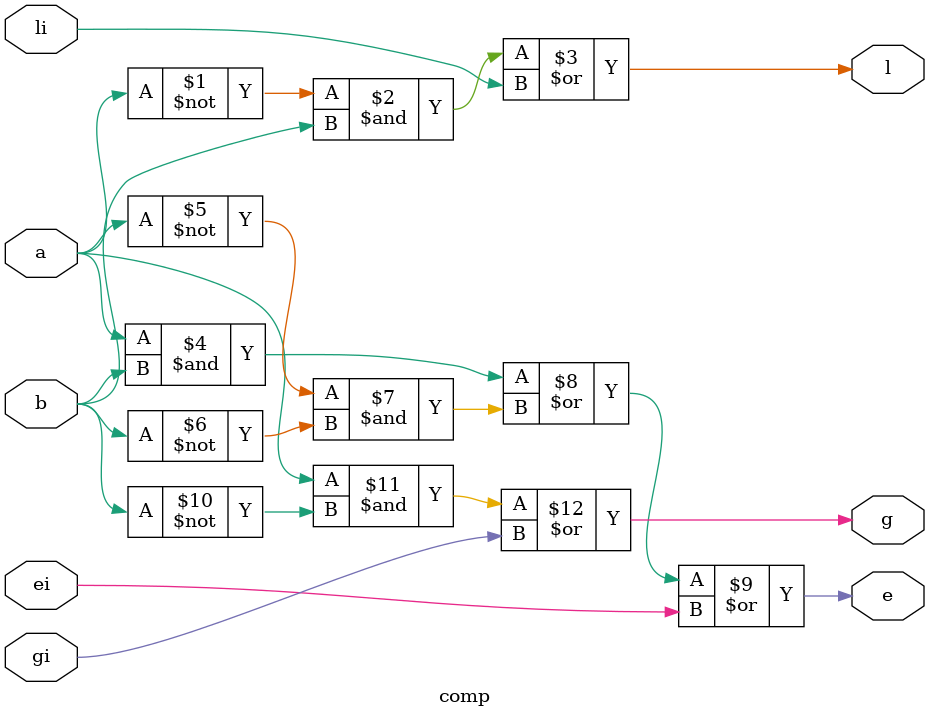
<source format=v>
module comp( a, b, li, gi, ei, l, g, e
);
	input a;
	input b;
	input li;
	input gi;
	input ei;

	output l;
	wire l;
	output e;
	wire e;
	output g;
	wire g;

	assign l = (~a)&b | li;
	assign e = a&b | (~a)&(~b) | ei;
	assign g = a&(~b) | gi;

endmodule
</source>
